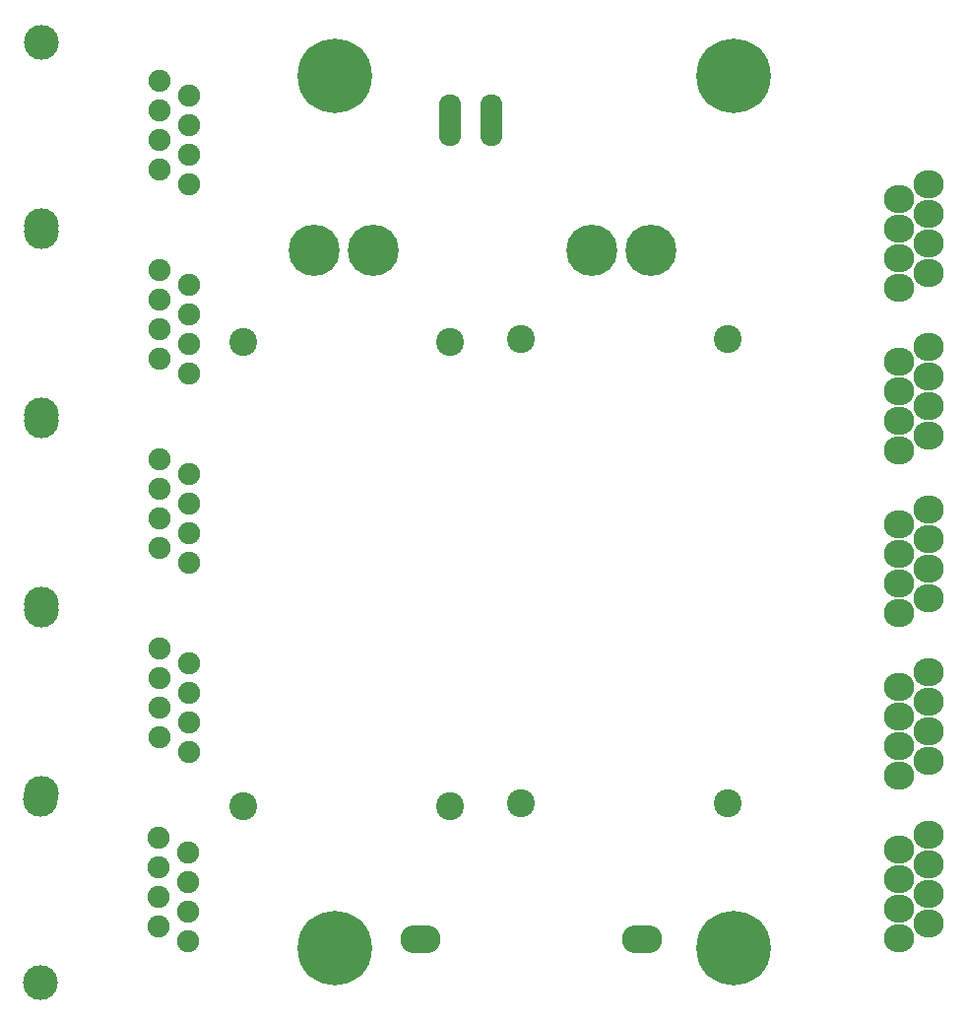
<source format=gbs>
G04 #@! TF.FileFunction,Soldermask,Bot*
%FSLAX46Y46*%
G04 Gerber Fmt 4.6, Leading zero omitted, Abs format (unit mm)*
G04 Created by KiCad (PCBNEW 4.0.7) date 10/13/19 14:19:05*
%MOMM*%
%LPD*%
G01*
G04 APERTURE LIST*
%ADD10C,0.100000*%
%ADD11C,1.900000*%
%ADD12C,3.000000*%
%ADD13C,6.400000*%
%ADD14C,2.400000*%
%ADD15O,3.448000X2.432000*%
%ADD16C,4.400000*%
%ADD17O,2.600000X2.400000*%
%ADD18O,1.924000X4.464000*%
G04 APERTURE END LIST*
D10*
D11*
X67640200Y-109550200D03*
X67640200Y-107010200D03*
X67640200Y-104470200D03*
X67640200Y-101930200D03*
X70180200Y-110820200D03*
X70180200Y-108280200D03*
X70180200Y-105740200D03*
X70180200Y-103200200D03*
D12*
X57480200Y-98628200D03*
X57480200Y-114376200D03*
D11*
X67640200Y-93294200D03*
X67640200Y-90754200D03*
X67640200Y-88214200D03*
X67640200Y-85674200D03*
X70180200Y-94564200D03*
X70180200Y-92024200D03*
X70180200Y-89484200D03*
X70180200Y-86944200D03*
D12*
X57480200Y-82372200D03*
X57480200Y-98120200D03*
D13*
X117068600Y-52806600D03*
D14*
X74904600Y-115544600D03*
X92684600Y-115544600D03*
X92684600Y-75666600D03*
X74904600Y-75666600D03*
D13*
X82778600Y-127736600D03*
D15*
X90144600Y-126974600D03*
X109194600Y-126974600D03*
D16*
X86080600Y-67792600D03*
X81000600Y-67792600D03*
D13*
X117068600Y-127736600D03*
X82778600Y-52806600D03*
D16*
X109956600Y-67792600D03*
X104876600Y-67792600D03*
D11*
X67589400Y-125806200D03*
X67589400Y-123266200D03*
X67589400Y-120726200D03*
X67589400Y-118186200D03*
X70129400Y-127076200D03*
X70129400Y-124536200D03*
X70129400Y-121996200D03*
X70129400Y-119456200D03*
D12*
X57429400Y-114884200D03*
X57429400Y-130632200D03*
D11*
X67640200Y-60782200D03*
X67640200Y-58242200D03*
X67640200Y-55702200D03*
X67640200Y-53162200D03*
X70180200Y-62052200D03*
X70180200Y-59512200D03*
X70180200Y-56972200D03*
X70180200Y-54432200D03*
D12*
X57480200Y-49860200D03*
X57480200Y-65608200D03*
D14*
X98780600Y-115290600D03*
X116560600Y-115290600D03*
X116560600Y-75412600D03*
X98780600Y-75412600D03*
D17*
X133781800Y-69697600D03*
X133781800Y-67157600D03*
X133781800Y-64617600D03*
X133781800Y-62077600D03*
X131241800Y-70967600D03*
X131241800Y-68427600D03*
X131241800Y-65887600D03*
X131241800Y-63347600D03*
X133781800Y-111607600D03*
X133781800Y-109067600D03*
X133781800Y-106527600D03*
X133781800Y-103987600D03*
X131241800Y-112877600D03*
X131241800Y-110337600D03*
X131241800Y-107797600D03*
X131241800Y-105257600D03*
X133781800Y-125577600D03*
X133781800Y-123037600D03*
X133781800Y-120497600D03*
X133781800Y-117957600D03*
X131241800Y-126847600D03*
X131241800Y-124307600D03*
X131241800Y-121767600D03*
X131241800Y-119227600D03*
X133781800Y-97637600D03*
X133781800Y-95097600D03*
X133781800Y-92557600D03*
X133781800Y-90017600D03*
X131241800Y-98907600D03*
X131241800Y-96367600D03*
X131241800Y-93827600D03*
X131241800Y-91287600D03*
X133781800Y-83667600D03*
X133781800Y-81127600D03*
X133781800Y-78587600D03*
X133781800Y-76047600D03*
X131241800Y-84937600D03*
X131241800Y-82397600D03*
X131241800Y-79857600D03*
X131241800Y-77317600D03*
D11*
X67640200Y-77038200D03*
X67640200Y-74498200D03*
X67640200Y-71958200D03*
X67640200Y-69418200D03*
X70180200Y-78308200D03*
X70180200Y-75768200D03*
X70180200Y-73228200D03*
X70180200Y-70688200D03*
D12*
X57480200Y-66116200D03*
X57480200Y-81864200D03*
D18*
X92684600Y-56616600D03*
X96240600Y-56616600D03*
M02*

</source>
